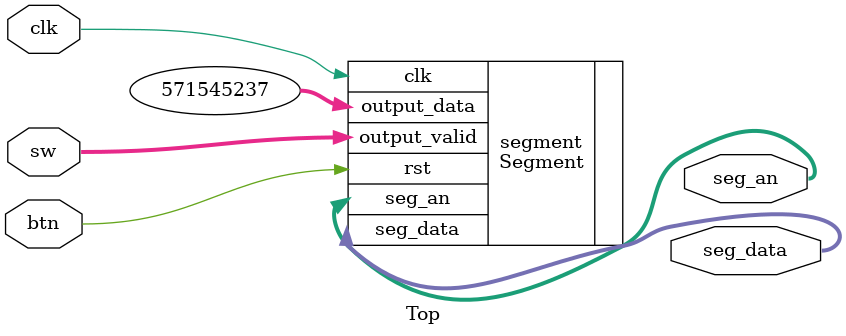
<source format=v>
module Top(
    input                   clk,
    input                   btn,
    input  [7:0]            sw,

    output [2:0]            seg_an,
    output [3:0]            seg_data
);
Segment segment(
    .clk(clk),
    .rst(btn),
    .output_data(32'h22111695),     // <- 改为你学号中的 8 位数字
    .output_valid(sw),
    
    .seg_data(seg_data),
    .seg_an(seg_an)
);
endmodule
</source>
